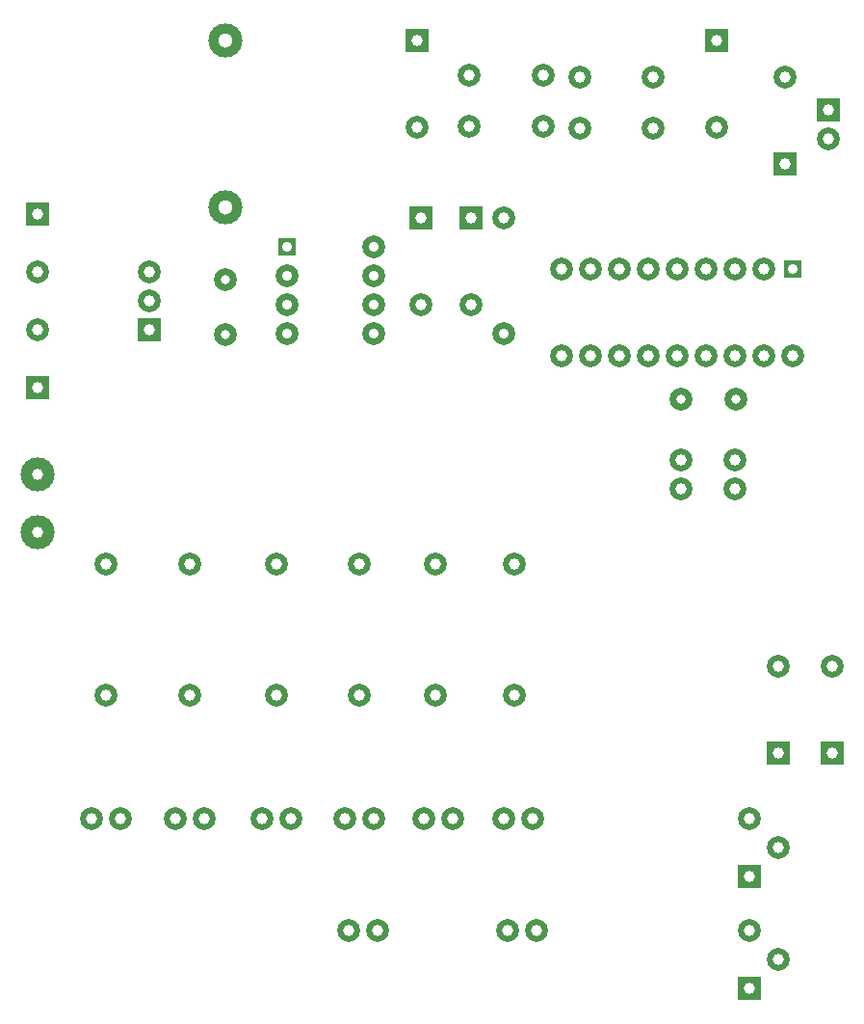
<source format=gbr>
G04 DipTrace 3.2.0.1*
G04 Top.gbr*
%MOIN*%
G04 #@! TF.FileFunction,Copper,L1,Top*
G04 #@! TF.Part,Single*
%ADD14C,0.03937*%
%ADD22C,0.051181*%
%ADD23C,0.035433*%
%ADD24C,0.032008*%
G04 #@! TA.AperFunction,ComponentPad*
%ADD16C,0.11811*%
%ADD17C,0.07874*%
%ADD18R,0.07874X0.07874*%
%ADD19R,0.062992X0.062992*%
%ADD20C,0.07874*%
%ADD21R,0.059055X0.059055*%
%FSLAX26Y26*%
G04*
G70*
G90*
G75*
G01*
G04 Top*
%LPD*%
D16*
X-400000Y2800000D3*
Y2225000D3*
D17*
X-1050000Y1800000D3*
D18*
Y1600000D3*
D17*
X1175000Y1250000D3*
Y1350000D3*
X1362500Y1250000D3*
Y1350000D3*
X-1050000Y2000000D3*
D18*
Y2200000D3*
D17*
X-862500Y112500D3*
X-762500D3*
X-575000D3*
X-475000D3*
X-275000D3*
X-175000D3*
X12500D3*
X112500D3*
X287500D3*
X387500D3*
X562500D3*
X662500D3*
X25000Y-275000D3*
X125000D3*
X575000D3*
X675000D3*
D19*
X1562500Y2012500D3*
D17*
X1462500D3*
X1362500D3*
X1262500D3*
X1162500D3*
X1062500D3*
X962500D3*
X862500D3*
X762500D3*
Y1712500D3*
X862500D3*
X962500D3*
X1062500D3*
X1162500D3*
X1262500D3*
X1362500D3*
X1462500D3*
X1562500D3*
D18*
X1687500Y2562500D3*
D20*
Y2462500D3*
D17*
X562500Y1787500D3*
Y2187500D3*
D16*
X-1050000Y1100000D3*
Y1300000D3*
D17*
X1412500Y-275000D3*
X1512500Y-375000D3*
D18*
X1412500Y-475000D3*
D17*
Y112500D3*
X1512500Y12500D3*
D18*
X1412500Y-87500D3*
D20*
X-812500Y537500D3*
Y990256D3*
X-525000Y537500D3*
Y990256D3*
X-225000Y537500D3*
Y990256D3*
D17*
X262500Y2500000D3*
D18*
Y2800000D3*
D17*
X1300000Y2500000D3*
D18*
Y2800000D3*
D20*
X62500Y537500D3*
Y990256D3*
X325000Y537500D3*
Y990256D3*
X600000Y537500D3*
Y990256D3*
D17*
X1537500Y2675000D3*
D18*
Y2375000D3*
D17*
X1512500Y637500D3*
D18*
Y337500D3*
D17*
X1700000Y637500D3*
D18*
Y337500D3*
D17*
X275000Y1887500D3*
D18*
Y2187500D3*
D17*
X450000Y1887500D3*
D18*
Y2187500D3*
D20*
X443749Y2681251D3*
Y2504085D3*
X699655D3*
Y2681251D3*
X825000Y2675000D3*
Y2497835D3*
X1080906D3*
Y2675000D3*
D21*
X-187500Y2087500D3*
D20*
Y1987500D3*
Y1887500D3*
Y1787500D3*
X112500D3*
Y1887500D3*
Y1987500D3*
Y2087500D3*
D18*
X-662500Y1800000D3*
D20*
Y1900000D3*
Y2000000D3*
X1175000Y1562500D3*
X1365000D3*
X-400000Y1975000D3*
Y1785000D3*
G04 Top Clear*
%LPC*%
D22*
Y2800000D3*
Y2225000D3*
D14*
X-1050000Y1800000D3*
Y1600000D3*
X1175000Y1250000D3*
Y1350000D3*
X1362500Y1250000D3*
Y1350000D3*
X-1050000Y2000000D3*
Y2200000D3*
X-862500Y112500D3*
X-762500D3*
X-575000D3*
X-475000D3*
X-275000D3*
X-175000D3*
X12500D3*
X112500D3*
X287500D3*
X387500D3*
X562500D3*
X662500D3*
X25000Y-275000D3*
X125000D3*
X575000D3*
X675000D3*
D23*
X1562500Y2012500D3*
D14*
X1462500D3*
X1362500D3*
X1262500D3*
X1162500D3*
X1062500D3*
X962500D3*
X862500D3*
X762500D3*
Y1712500D3*
X862500D3*
X962500D3*
X1062500D3*
X1162500D3*
X1262500D3*
X1362500D3*
X1462500D3*
X1562500D3*
X1687500Y2562500D3*
Y2462500D3*
D23*
X562500Y1787500D3*
D14*
Y2187500D3*
X-1050000Y1100000D3*
Y1300000D3*
X1412500Y-275000D3*
X1512500Y-375000D3*
X1412500Y-475000D3*
Y112500D3*
X1512500Y12500D3*
X1412500Y-87500D3*
X-812500Y537500D3*
Y990256D3*
X-525000Y537500D3*
Y990256D3*
X-225000Y537500D3*
Y990256D3*
X262500Y2500000D3*
Y2800000D3*
X1300000Y2500000D3*
Y2800000D3*
X62500Y537500D3*
Y990256D3*
X325000Y537500D3*
Y990256D3*
X600000Y537500D3*
Y990256D3*
X1537500Y2675000D3*
Y2375000D3*
X1512500Y637500D3*
Y337500D3*
X1700000Y637500D3*
Y337500D3*
X275000Y1887500D3*
Y2187500D3*
X450000Y1887500D3*
Y2187500D3*
X443749Y2681251D3*
Y2504085D3*
X699655D3*
Y2681251D3*
X825000Y2675000D3*
Y2497835D3*
X1080906D3*
Y2675000D3*
D23*
X-187500Y2087500D3*
Y1987500D3*
Y1887500D3*
Y1787500D3*
X112500D3*
Y1887500D3*
Y1987500D3*
Y2087500D3*
D14*
X-662500Y1800000D3*
Y1900000D3*
Y2000000D3*
D24*
X1175000Y1562500D3*
X1365000D3*
X-400000Y1975000D3*
Y1785000D3*
M02*

</source>
